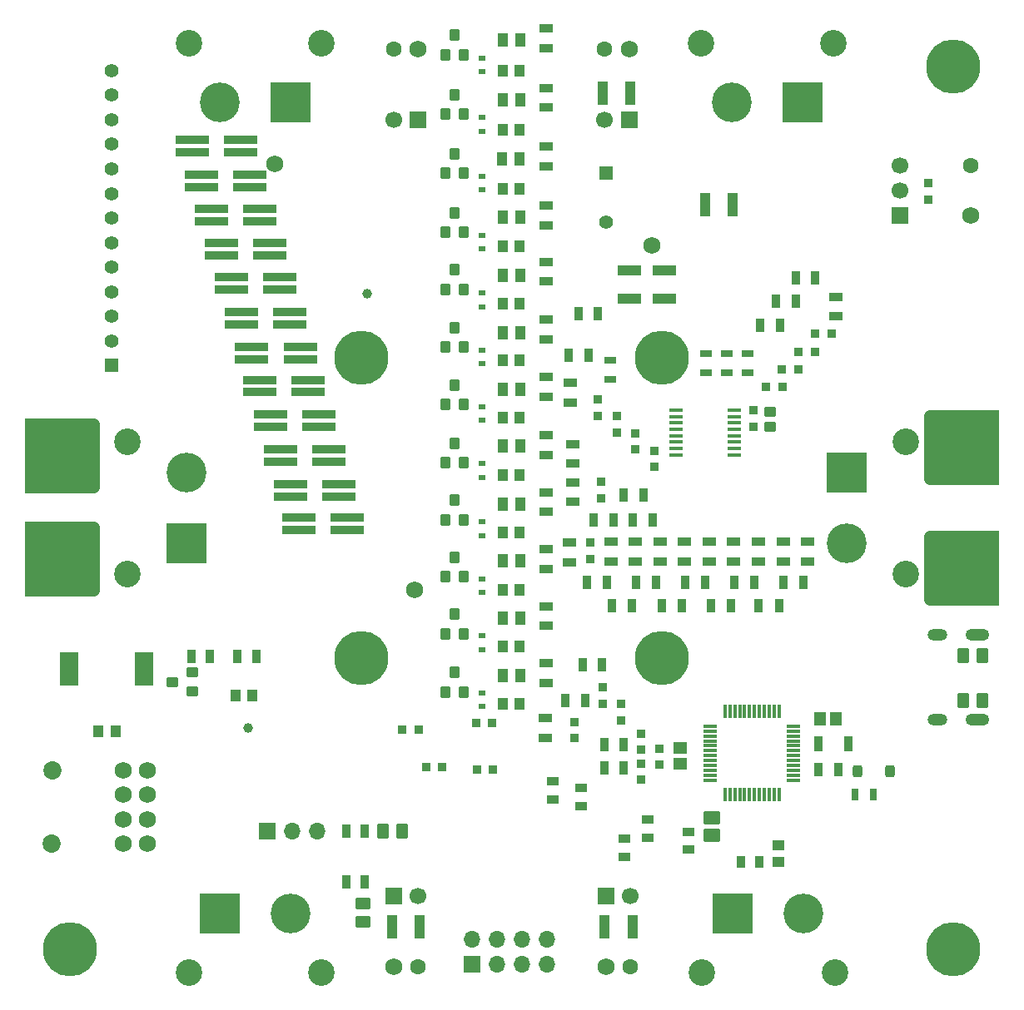
<source format=gts>
G04 #@! TF.GenerationSoftware,KiCad,Pcbnew,7.0.10*
G04 #@! TF.CreationDate,2025-07-14T05:46:52-04:00*
G04 #@! TF.ProjectId,bms-board,626d732d-626f-4617-9264-2e6b69636164,rev?*
G04 #@! TF.SameCoordinates,Original*
G04 #@! TF.FileFunction,Soldermask,Top*
G04 #@! TF.FilePolarity,Negative*
%FSLAX46Y46*%
G04 Gerber Fmt 4.6, Leading zero omitted, Abs format (unit mm)*
G04 Created by KiCad (PCBNEW 7.0.10) date 2025-07-14 05:46:52*
%MOMM*%
%LPD*%
G01*
G04 APERTURE LIST*
G04 Aperture macros list*
%AMRoundRect*
0 Rectangle with rounded corners*
0 $1 Rounding radius*
0 $2 $3 $4 $5 $6 $7 $8 $9 X,Y pos of 4 corners*
0 Add a 4 corners polygon primitive as box body*
4,1,4,$2,$3,$4,$5,$6,$7,$8,$9,$2,$3,0*
0 Add four circle primitives for the rounded corners*
1,1,$1+$1,$2,$3*
1,1,$1+$1,$4,$5*
1,1,$1+$1,$6,$7*
1,1,$1+$1,$8,$9*
0 Add four rect primitives between the rounded corners*
20,1,$1+$1,$2,$3,$4,$5,0*
20,1,$1+$1,$4,$5,$6,$7,0*
20,1,$1+$1,$6,$7,$8,$9,0*
20,1,$1+$1,$8,$9,$2,$3,0*%
%AMFreePoly0*
4,1,19,-3.850000,3.850000,3.850000,3.850000,3.850000,-3.080000,3.834092,-3.235708,3.777857,-3.405416,3.684000,-3.557581,3.557581,-3.684000,3.405416,-3.777857,3.235708,-3.834092,3.080000,-3.850000,-3.080000,-3.850000,-3.235708,-3.834092,-3.405416,-3.777857,-3.557581,-3.684000,-3.684000,-3.557581,-3.777857,-3.405416,-3.834092,-3.235708,-3.850000,-3.080000,-3.850000,3.850000,-3.850000,3.850000,
$1*%
G04 Aperture macros list end*
%ADD10C,1.600000*%
%ADD11C,1.750000*%
%ADD12R,1.700000X1.700000*%
%ADD13C,1.700000*%
%ADD14C,1.400000*%
%ADD15R,1.400000X1.400000*%
%ADD16C,1.854200*%
%ADD17C,1.752600*%
%ADD18R,4.050000X4.050000*%
%ADD19C,4.050000*%
%ADD20C,2.700000*%
%ADD21O,2.004000X1.204000*%
%ADD22O,2.404000X1.204000*%
%ADD23R,1.450000X0.950000*%
%ADD24C,5.500000*%
%ADD25R,1.397000X0.863600*%
%ADD26R,0.700000X1.300000*%
%ADD27R,0.863600X1.397000*%
%ADD28R,0.950000X1.450000*%
%ADD29R,3.352800X0.903200*%
%ADD30R,0.700000X0.600000*%
%ADD31R,1.016000X1.193800*%
%ADD32R,0.300000X1.475000*%
%ADD33R,1.475000X0.300000*%
%ADD34R,0.863600X1.244600*%
%ADD35R,2.489200X1.066800*%
%ADD36C,0.800000*%
%ADD37FreePoly0,90.000000*%
%ADD38R,0.965200X1.346200*%
%ADD39RoundRect,0.102000X0.400000X-0.450000X0.400000X0.450000X-0.400000X0.450000X-0.400000X-0.450000X0*%
%ADD40R,1.244600X0.863600*%
%ADD41R,1.000000X1.400000*%
%ADD42R,0.889000X0.863600*%
%ADD43RoundRect,0.102000X0.450000X0.400000X-0.450000X0.400000X-0.450000X-0.400000X0.450000X-0.400000X0*%
%ADD44RoundRect,0.102000X0.460000X0.690000X-0.460000X0.690000X-0.460000X-0.690000X0.460000X-0.690000X0*%
%ADD45R,0.863600X0.889000*%
%ADD46RoundRect,0.242500X-0.242500X-0.367500X0.242500X-0.367500X0.242500X0.367500X-0.242500X0.367500X0*%
%ADD47RoundRect,0.102000X-0.735000X0.555000X-0.735000X-0.555000X0.735000X-0.555000X0.735000X0.555000X0*%
%ADD48R,1.066800X2.489200*%
%ADD49R,1.300000X0.700000*%
%ADD50RoundRect,0.102000X-0.465000X0.445000X-0.465000X-0.445000X0.465000X-0.445000X0.465000X0.445000X0*%
%ADD51R,1.409700X0.355600*%
%ADD52R,1.449997X1.305598*%
%ADD53O,1.700000X1.700000*%
%ADD54C,1.734000*%
%ADD55R,1.193800X1.016000*%
%ADD56C,1.000000*%
%ADD57R,1.854200X3.403600*%
%ADD58R,0.855600X1.600000*%
%ADD59R,1.305598X1.449997*%
%ADD60RoundRect,0.102000X-0.690000X0.460000X-0.690000X-0.460000X0.690000X-0.460000X0.690000X0.460000X0*%
%ADD61FreePoly0,270.000000*%
%ADD62RoundRect,0.102000X-0.600000X0.600000X-0.600000X-0.600000X0.600000X-0.600000X0.600000X0.600000X0*%
%ADD63C,1.404000*%
G04 APERTURE END LIST*
D10*
X145375750Y-52520000D03*
D11*
X147875750Y-52520000D03*
D12*
X147875750Y-59700000D03*
D13*
X145375750Y-59700000D03*
D10*
X123900000Y-52500000D03*
D11*
X126400000Y-52500000D03*
D12*
X126400000Y-59680000D03*
D13*
X123900000Y-59680000D03*
D14*
X95250000Y-54700000D03*
X95250000Y-57200000D03*
X95250000Y-59700000D03*
X95250000Y-62200000D03*
X95250000Y-64700000D03*
X95250000Y-67200000D03*
X95250000Y-69700000D03*
X95250000Y-72200000D03*
X95250000Y-74700000D03*
X95250000Y-77200000D03*
X95250000Y-79700000D03*
X95250000Y-82200000D03*
D15*
X95250000Y-84700000D03*
D16*
X89158098Y-133400000D03*
X89178097Y-125900000D03*
D17*
X98858098Y-125900000D03*
X98858098Y-128400000D03*
X98858098Y-130900000D03*
X98858098Y-133400000D03*
X96358098Y-125900000D03*
X96358098Y-128400000D03*
X96358098Y-130900000D03*
X96358098Y-133400000D03*
D18*
X106200000Y-140500000D03*
D19*
X113400000Y-140500000D03*
D20*
X103050000Y-146500000D03*
X116550000Y-146500000D03*
D10*
X126400000Y-145900000D03*
D11*
X123900000Y-145900000D03*
D12*
X123900000Y-138720000D03*
D13*
X126400000Y-138720000D03*
X147975750Y-138740000D03*
D12*
X145475750Y-138740000D03*
D11*
X145475750Y-145920000D03*
D10*
X147975750Y-145920000D03*
D20*
X168750000Y-146457500D03*
X155250000Y-146457500D03*
D19*
X165600000Y-140457500D03*
D18*
X158400000Y-140457500D03*
D21*
X179230000Y-112110000D03*
X179230000Y-120750000D03*
D22*
X183230000Y-112110000D03*
X183230000Y-120750000D03*
D10*
X182600000Y-64400000D03*
D11*
X182600000Y-69400000D03*
D12*
X175420000Y-69400000D03*
D13*
X175420000Y-66900000D03*
X175420000Y-64400000D03*
D20*
X155150000Y-51920000D03*
X168650000Y-51920000D03*
D19*
X158300000Y-57920000D03*
D18*
X165500000Y-57920000D03*
X113400000Y-57900000D03*
D19*
X106200000Y-57900000D03*
D20*
X116550000Y-51900000D03*
X103050000Y-51900000D03*
D23*
X139300000Y-122600000D03*
X139300000Y-120600000D03*
D24*
X151150000Y-114450000D03*
D25*
X148500000Y-102642600D03*
X148500000Y-104700000D03*
D26*
X170800000Y-128360000D03*
X172700000Y-128360000D03*
D27*
X161042600Y-109171300D03*
X163100000Y-109171300D03*
D28*
X161200000Y-80600000D03*
X163200000Y-80600000D03*
D23*
X139401800Y-87900000D03*
X139401800Y-85900000D03*
D28*
X141400000Y-118800000D03*
X143400000Y-118800000D03*
D29*
X107400000Y-77000000D03*
X107400000Y-75744200D03*
D30*
X132850900Y-107800000D03*
X132850900Y-106400000D03*
D31*
X136701800Y-78400000D03*
X135000000Y-78400000D03*
D32*
X163100000Y-119924000D03*
X162600000Y-119924000D03*
X162100000Y-119924000D03*
X161600000Y-119924000D03*
X161100000Y-119924000D03*
X160600000Y-119924000D03*
X160100000Y-119924000D03*
X159600000Y-119924000D03*
X159100000Y-119924000D03*
X158600000Y-119924000D03*
X158100000Y-119924000D03*
X157600000Y-119924000D03*
D33*
X156112000Y-121412000D03*
X156112000Y-121912000D03*
X156112000Y-122412000D03*
X156112000Y-122912000D03*
X156112000Y-123412000D03*
X156112000Y-123912000D03*
X156112000Y-124412000D03*
X156112000Y-124912000D03*
X156112000Y-125412000D03*
X156112000Y-125912000D03*
X156112000Y-126412000D03*
X156112000Y-126912000D03*
D32*
X157600000Y-128400000D03*
X158100000Y-128400000D03*
X158600000Y-128400000D03*
X159100000Y-128400000D03*
X159600000Y-128400000D03*
X160100000Y-128400000D03*
X160600000Y-128400000D03*
X161100000Y-128400000D03*
X161600000Y-128400000D03*
X162100000Y-128400000D03*
X162600000Y-128400000D03*
X163100000Y-128400000D03*
D33*
X164588000Y-126912000D03*
X164588000Y-126412000D03*
X164588000Y-125912000D03*
X164588000Y-125412000D03*
X164588000Y-124912000D03*
X164588000Y-124412000D03*
X164588000Y-123912000D03*
X164588000Y-123412000D03*
X164588000Y-122912000D03*
X164588000Y-122412000D03*
X164588000Y-121912000D03*
X164588000Y-121412000D03*
D34*
X161054200Y-135200000D03*
X159200000Y-135200000D03*
D28*
X147300000Y-125700000D03*
X145300000Y-125700000D03*
D35*
X147911200Y-75055200D03*
X147911200Y-77900000D03*
D23*
X168900000Y-77700000D03*
X168900000Y-79700000D03*
D35*
X151400000Y-75055200D03*
X151400000Y-77900000D03*
D36*
X86900000Y-107700000D03*
X88200000Y-107700000D03*
X89500000Y-107700000D03*
X90800000Y-107700000D03*
X92100000Y-107700000D03*
X93400000Y-107700000D03*
X86900000Y-106400000D03*
X88200000Y-106400000D03*
X89500000Y-106400000D03*
X90800000Y-106400000D03*
X92100000Y-106400000D03*
X93400000Y-106400000D03*
X86900000Y-105100000D03*
X88200000Y-105100000D03*
X89500000Y-105100000D03*
X90800000Y-105100000D03*
X92100000Y-105100000D03*
X93400000Y-105100000D03*
D37*
X90200000Y-104450000D03*
D36*
X86900000Y-103800000D03*
X88200000Y-103800000D03*
X89500000Y-103800000D03*
X90800000Y-103800000D03*
X92100000Y-103800000D03*
X93400000Y-103800000D03*
D18*
X102800000Y-102800000D03*
D36*
X86900000Y-102500000D03*
X88200000Y-102500000D03*
X89500000Y-102500000D03*
X90800000Y-102500000D03*
X92100000Y-102500000D03*
X93400000Y-102500000D03*
X86900000Y-101200000D03*
X88200000Y-101200000D03*
X89500000Y-101200000D03*
X90800000Y-101200000D03*
X92100000Y-101200000D03*
X93400000Y-101200000D03*
X86900000Y-97200000D03*
X88200000Y-97200000D03*
X89500000Y-97200000D03*
X90800000Y-97200000D03*
X92100000Y-97200000D03*
X93400000Y-97200000D03*
X86900000Y-95900000D03*
X88200000Y-95900000D03*
X89500000Y-95900000D03*
X90800000Y-95900000D03*
X92100000Y-95900000D03*
X93400000Y-95900000D03*
D19*
X102800000Y-95600000D03*
D36*
X86900000Y-94600000D03*
X88200000Y-94600000D03*
X89500000Y-94600000D03*
X90800000Y-94600000D03*
X92100000Y-94600000D03*
X93400000Y-94600000D03*
D37*
X90200000Y-93950000D03*
D36*
X86900000Y-93300000D03*
X88200000Y-93300000D03*
X89500000Y-93300000D03*
X90800000Y-93300000D03*
X92100000Y-93300000D03*
X93400000Y-93300000D03*
X86900000Y-92000000D03*
X88200000Y-92000000D03*
X89500000Y-92000000D03*
X90800000Y-92000000D03*
X92100000Y-92000000D03*
X93400000Y-92000000D03*
X86900000Y-90700000D03*
X88200000Y-90700000D03*
X89500000Y-90700000D03*
X90800000Y-90700000D03*
X92100000Y-90700000D03*
X93400000Y-90700000D03*
D20*
X96800000Y-92450000D03*
X96800000Y-105950000D03*
D27*
X146300000Y-100400000D03*
X144242600Y-100400000D03*
D29*
X103400000Y-63027900D03*
X103400000Y-61772100D03*
X117300000Y-94527900D03*
X117300000Y-93272100D03*
D38*
X119100000Y-132100000D03*
X120954200Y-132100000D03*
D29*
X113300000Y-80555800D03*
X113300000Y-79300000D03*
D39*
X129151600Y-112000000D03*
X131052000Y-112000000D03*
X130101800Y-110000000D03*
D40*
X153900000Y-132145800D03*
X153900000Y-134000000D03*
D41*
X135000000Y-104600000D03*
X136800000Y-104600000D03*
D42*
X142300000Y-122625500D03*
X142300000Y-120974500D03*
D29*
X115200000Y-87427900D03*
X115200000Y-86172100D03*
D43*
X103400000Y-117850200D03*
X103400000Y-115949800D03*
X101400000Y-116900000D03*
D44*
X183755000Y-114200000D03*
X181845000Y-114200000D03*
D27*
X149357400Y-97900000D03*
X147300000Y-97900000D03*
D45*
X126437500Y-121775000D03*
X124786500Y-121775000D03*
D29*
X111300000Y-73527900D03*
X111300000Y-72272100D03*
D23*
X139401800Y-105400000D03*
X139401800Y-103400000D03*
D46*
X171060000Y-125960000D03*
X174340000Y-125960000D03*
D28*
X162800000Y-78200000D03*
X164800000Y-78200000D03*
D40*
X140100000Y-127000000D03*
X140100000Y-128854200D03*
D27*
X146100000Y-109171300D03*
X148157400Y-109171300D03*
D24*
X180800000Y-54300000D03*
D41*
X135000000Y-110400000D03*
X136800000Y-110400000D03*
D23*
X139401800Y-82051000D03*
X139401800Y-80051000D03*
D31*
X109500000Y-118300000D03*
X107798200Y-118300000D03*
D38*
X119072900Y-137300000D03*
X120927100Y-137300000D03*
D42*
X145000000Y-98200000D03*
X145000000Y-96549000D03*
D25*
X151000000Y-102642600D03*
X151000000Y-104700000D03*
D42*
X150400000Y-95025500D03*
X150400000Y-93374500D03*
D28*
X142700000Y-79400000D03*
X144700000Y-79400000D03*
D47*
X156300000Y-130700000D03*
X156300000Y-132500000D03*
D30*
X132850900Y-113600000D03*
X132850900Y-112200000D03*
D40*
X149700000Y-132800000D03*
X149700000Y-130945800D03*
D23*
X139401800Y-111200000D03*
X139401800Y-109200000D03*
D31*
X136701800Y-119125000D03*
X135000000Y-119125000D03*
D29*
X109400000Y-84055800D03*
X109400000Y-82800000D03*
D42*
X148500000Y-93251000D03*
X148500000Y-91600000D03*
D41*
X135000000Y-75551000D03*
X136800000Y-75551000D03*
D27*
X163542600Y-106771300D03*
X165600000Y-106771300D03*
D28*
X164800000Y-75800000D03*
X166800000Y-75800000D03*
D31*
X136701800Y-84200000D03*
X135000000Y-84200000D03*
D41*
X135000000Y-51600000D03*
X136800000Y-51600000D03*
D44*
X183755000Y-118800000D03*
X181845000Y-118800000D03*
D27*
X148542600Y-106771300D03*
X150600000Y-106771300D03*
D30*
X132850900Y-119425000D03*
X132850900Y-118025000D03*
D25*
X158500000Y-102642600D03*
X158500000Y-104700000D03*
D23*
X141900000Y-88500000D03*
X141900000Y-86500000D03*
X139401800Y-64451000D03*
X139401800Y-62451000D03*
D31*
X136701800Y-113300000D03*
X135000000Y-113300000D03*
D48*
X126572400Y-141800000D03*
X123727600Y-141800000D03*
D25*
X153500000Y-102642600D03*
X153500000Y-104700000D03*
D29*
X104400000Y-66527900D03*
X104400000Y-65272100D03*
D39*
X129151600Y-117925000D03*
X131052000Y-117925000D03*
X130101800Y-115925000D03*
D29*
X108400000Y-80555800D03*
X108400000Y-79300000D03*
D40*
X147400000Y-132845800D03*
X147400000Y-134700000D03*
D24*
X120650000Y-83950000D03*
D49*
X155700000Y-85411000D03*
X155700000Y-83511000D03*
D42*
X150900000Y-123700000D03*
X150900000Y-125351000D03*
D41*
X135000000Y-81351000D03*
X136800000Y-81351000D03*
D25*
X146000000Y-102642600D03*
X146000000Y-104700000D03*
D48*
X145155200Y-57000000D03*
X148000000Y-57000000D03*
D41*
X135001800Y-116225000D03*
X136801800Y-116225000D03*
X135000000Y-69651000D03*
X136800000Y-69651000D03*
D24*
X151150000Y-83950000D03*
D29*
X114400000Y-84055800D03*
X114400000Y-82800000D03*
D39*
X129151600Y-59151000D03*
X131052000Y-59151000D03*
X130101800Y-57151000D03*
D31*
X136701800Y-101700000D03*
X135000000Y-101700000D03*
D23*
X139401800Y-70451000D03*
X139401800Y-68451000D03*
D27*
X156142600Y-109171300D03*
X158200000Y-109171300D03*
D28*
X169100000Y-125800000D03*
X167100000Y-125800000D03*
D29*
X112400000Y-94527900D03*
X112400000Y-93272100D03*
D42*
X145200000Y-119100000D03*
X145200000Y-117449000D03*
D24*
X180800000Y-144100000D03*
D45*
X127186500Y-125575000D03*
X128837500Y-125575000D03*
D23*
X139401800Y-99600000D03*
X139401800Y-97600000D03*
D38*
X103372900Y-114300000D03*
X105227100Y-114300000D03*
D29*
X106400000Y-73527900D03*
X106400000Y-72272100D03*
D24*
X91000000Y-144100000D03*
D31*
X136701800Y-54700000D03*
X135000000Y-54700000D03*
D28*
X141700000Y-83700000D03*
X143700000Y-83700000D03*
D27*
X153542600Y-106771300D03*
X155600000Y-106771300D03*
D39*
X129151600Y-106200000D03*
X131052000Y-106200000D03*
X130101800Y-104200000D03*
D45*
X165074500Y-83300000D03*
X166725500Y-83300000D03*
D50*
X162200000Y-89385500D03*
X162200000Y-90925500D03*
D23*
X142100000Y-94700000D03*
X142100000Y-92700000D03*
D31*
X136701800Y-66700000D03*
X135000000Y-66700000D03*
D51*
X152600000Y-89250002D03*
X152600000Y-89900000D03*
X152600000Y-90550002D03*
X152600000Y-91200000D03*
X152600000Y-91849999D03*
X152600000Y-92500000D03*
X152600000Y-93149999D03*
X152600000Y-93800000D03*
X158505500Y-93800000D03*
X158505500Y-93150002D03*
X158505500Y-92500000D03*
X158505500Y-91850002D03*
X158505500Y-91200003D03*
X158505500Y-90550002D03*
X158505500Y-89900003D03*
X158505500Y-89250002D03*
D31*
X136701800Y-107500000D03*
X135000000Y-107500000D03*
D39*
X129151600Y-94600000D03*
X131052000Y-94600000D03*
X130101800Y-92600000D03*
D45*
X161774500Y-86900000D03*
X163425500Y-86900000D03*
D44*
X124755000Y-132100000D03*
X122845000Y-132100000D03*
D31*
X95600000Y-121900000D03*
X93898200Y-121900000D03*
D45*
X163374500Y-85100000D03*
X165025500Y-85100000D03*
D39*
X129151600Y-71151000D03*
X131052000Y-71151000D03*
X130101800Y-69151000D03*
X129151600Y-76951000D03*
X131052000Y-76951000D03*
X130101800Y-74951000D03*
D31*
X136701800Y-95900000D03*
X135000000Y-95900000D03*
D29*
X112300000Y-77000000D03*
X112300000Y-75744200D03*
D41*
X135001800Y-92900000D03*
X136801800Y-92900000D03*
D27*
X143542600Y-106771300D03*
X145600000Y-106771300D03*
D23*
X139401800Y-76151000D03*
X139401800Y-74151000D03*
D28*
X143100000Y-115200000D03*
X145100000Y-115200000D03*
D29*
X116272100Y-90927900D03*
X116272100Y-89672100D03*
D41*
X134901800Y-63651000D03*
X136701800Y-63651000D03*
D29*
X111372100Y-90927900D03*
X111372100Y-89672100D03*
D30*
X132850900Y-72851000D03*
X132850900Y-71451000D03*
D42*
X149100000Y-123800000D03*
X149100000Y-122149000D03*
D29*
X118300000Y-98027900D03*
X118300000Y-96772100D03*
D42*
X178300000Y-66174500D03*
X178300000Y-67825500D03*
D24*
X120650000Y-114450000D03*
D52*
X153000000Y-125205598D03*
X153000000Y-123600000D03*
D49*
X157794500Y-85405500D03*
X157794500Y-83505500D03*
D29*
X114277600Y-101453657D03*
X114277600Y-100197857D03*
D39*
X129151600Y-88700000D03*
X131052000Y-88700000D03*
X130101800Y-86700000D03*
D12*
X131900000Y-145675000D03*
D53*
X131900000Y-143135000D03*
X134440000Y-145675000D03*
X134440000Y-143135000D03*
X136980000Y-145675000D03*
X136980000Y-143135000D03*
X139520000Y-145675000D03*
X139520000Y-143135000D03*
D42*
X144700000Y-89825500D03*
X144700000Y-88174500D03*
D23*
X139401800Y-52400000D03*
X139401800Y-50400000D03*
D54*
X150200000Y-72500000D03*
D39*
X129151600Y-100400000D03*
X131052000Y-100400000D03*
X130101800Y-98400000D03*
D23*
X139401800Y-58451000D03*
X139401800Y-56451000D03*
D31*
X136701800Y-72600000D03*
X135000000Y-72600000D03*
D29*
X109300000Y-66527900D03*
X109300000Y-65272100D03*
D42*
X143900000Y-104368100D03*
X143900000Y-102717100D03*
D55*
X163000000Y-135201800D03*
X163000000Y-133500000D03*
D23*
X141800000Y-104742600D03*
X141800000Y-102742600D03*
D29*
X105400000Y-70027900D03*
X105400000Y-68772100D03*
X108300000Y-63027900D03*
X108300000Y-61772100D03*
D40*
X143000000Y-127672900D03*
X143000000Y-129527100D03*
D27*
X151142600Y-109171300D03*
X153200000Y-109171300D03*
D41*
X135001800Y-87100000D03*
X136801800Y-87100000D03*
D56*
X109100000Y-121600000D03*
D57*
X98500000Y-115600000D03*
X90854600Y-115600000D03*
D48*
X155555200Y-68300000D03*
X158400000Y-68300000D03*
D30*
X132850900Y-90300000D03*
X132850900Y-88900000D03*
D28*
X147300000Y-123300000D03*
X145300000Y-123300000D03*
D42*
X149100000Y-125200000D03*
X149100000Y-126851000D03*
D29*
X110300000Y-70027900D03*
X110300000Y-68772100D03*
D30*
X132850900Y-60851000D03*
X132850900Y-59451000D03*
D29*
X110300000Y-87427900D03*
X110300000Y-86172100D03*
D39*
X129151600Y-82851000D03*
X131052000Y-82851000D03*
X130101800Y-80851000D03*
D49*
X145900000Y-84200000D03*
X145900000Y-86100000D03*
D42*
X160500000Y-89274500D03*
X160500000Y-90925500D03*
D23*
X139401800Y-117025000D03*
X139401800Y-115025000D03*
D31*
X136701800Y-60700000D03*
X135000000Y-60700000D03*
D58*
X170127801Y-123200000D03*
X167072199Y-123200000D03*
D29*
X119200000Y-101427257D03*
X119200000Y-100171457D03*
D56*
X121200000Y-77400000D03*
D27*
X148200000Y-100400000D03*
X150257400Y-100400000D03*
D59*
X168902799Y-120700000D03*
X167297201Y-120700000D03*
D25*
X156000000Y-102642600D03*
X156000000Y-104700000D03*
D39*
X129151600Y-65151000D03*
X131052000Y-65151000D03*
X130101800Y-63151000D03*
D25*
X166000000Y-102642600D03*
X166000000Y-104700000D03*
D60*
X120800000Y-139445000D03*
X120800000Y-141355000D03*
D23*
X142100000Y-98600000D03*
X142100000Y-96600000D03*
D48*
X148222400Y-141800000D03*
X145377600Y-141800000D03*
D30*
X132850900Y-66851000D03*
X132850900Y-65451000D03*
D42*
X147000000Y-119174500D03*
X147000000Y-120825500D03*
D45*
X132349000Y-125800000D03*
X134000000Y-125800000D03*
D23*
X139401800Y-93800000D03*
X139401800Y-91800000D03*
D45*
X166774500Y-81500000D03*
X168425500Y-81500000D03*
D39*
X129151600Y-53075300D03*
X131052000Y-53075300D03*
X130101800Y-51075300D03*
D41*
X135000000Y-57651000D03*
X136800000Y-57651000D03*
D25*
X163500000Y-102642600D03*
X163500000Y-104700000D03*
D30*
X132850900Y-84551000D03*
X132850900Y-83151000D03*
X132850900Y-78751000D03*
X132850900Y-77351000D03*
D27*
X158542600Y-106771300D03*
X160600000Y-106771300D03*
D36*
X185000000Y-89800000D03*
X183700000Y-89800000D03*
X182400000Y-89800000D03*
X181100000Y-89800000D03*
X179800000Y-89800000D03*
X178500000Y-89800000D03*
X185000000Y-91100000D03*
X183700000Y-91100000D03*
X182400000Y-91100000D03*
X181100000Y-91100000D03*
X179800000Y-91100000D03*
X178500000Y-91100000D03*
X185000000Y-92400000D03*
X183700000Y-92400000D03*
X182400000Y-92400000D03*
X181100000Y-92400000D03*
X179800000Y-92400000D03*
X178500000Y-92400000D03*
D61*
X181700000Y-93050000D03*
D36*
X185000000Y-93700000D03*
X183700000Y-93700000D03*
X182400000Y-93700000D03*
X181100000Y-93700000D03*
X179800000Y-93700000D03*
X178500000Y-93700000D03*
X185000000Y-95000000D03*
X183700000Y-95000000D03*
X182400000Y-95000000D03*
X181100000Y-95000000D03*
X179800000Y-95000000D03*
X178500000Y-95000000D03*
D18*
X170000000Y-95600000D03*
D36*
X185000000Y-96300000D03*
X183700000Y-96300000D03*
X182400000Y-96300000D03*
X181100000Y-96300000D03*
X179800000Y-96300000D03*
X178500000Y-96300000D03*
X185000000Y-102100000D03*
X183700000Y-102100000D03*
X182400000Y-102100000D03*
X181100000Y-102100000D03*
X179800000Y-102100000D03*
X178500000Y-102100000D03*
D19*
X170000000Y-102800000D03*
D36*
X185000000Y-103400000D03*
X183700000Y-103400000D03*
X182400000Y-103400000D03*
X181100000Y-103400000D03*
X179800000Y-103400000D03*
X178500000Y-103400000D03*
X185000000Y-104700000D03*
X183700000Y-104700000D03*
X182400000Y-104700000D03*
X181100000Y-104700000D03*
X179800000Y-104700000D03*
X178500000Y-104700000D03*
D61*
X181700000Y-105350000D03*
D36*
X185000000Y-106000000D03*
X183700000Y-106000000D03*
X182400000Y-106000000D03*
X181100000Y-106000000D03*
X179800000Y-106000000D03*
X178500000Y-106000000D03*
X185000000Y-107300000D03*
X183700000Y-107300000D03*
X182400000Y-107300000D03*
X181100000Y-107300000D03*
X179800000Y-107300000D03*
X178500000Y-107300000D03*
X185000000Y-108600000D03*
X183700000Y-108600000D03*
X182400000Y-108600000D03*
X181100000Y-108600000D03*
X179800000Y-108600000D03*
X178500000Y-108600000D03*
D20*
X176000000Y-92450000D03*
X176000000Y-105950000D03*
D31*
X136701800Y-90000000D03*
X135000000Y-90000000D03*
D49*
X159894500Y-85405500D03*
X159894500Y-83505500D03*
D42*
X146600000Y-91525500D03*
X146600000Y-89874500D03*
D25*
X161000000Y-102642600D03*
X161000000Y-104700000D03*
D41*
X135001800Y-98800000D03*
X136801800Y-98800000D03*
D30*
X132850900Y-54800000D03*
X132850900Y-53400000D03*
D29*
X113400000Y-98027900D03*
X113400000Y-96772100D03*
D45*
X132269302Y-121075000D03*
X133920302Y-121075000D03*
D30*
X132850900Y-96100000D03*
X132850900Y-94700000D03*
X132850900Y-102000000D03*
X132850900Y-100600000D03*
D28*
X109972886Y-114327100D03*
X107972886Y-114327100D03*
D12*
X111020000Y-132100000D03*
D53*
X113560000Y-132100000D03*
X116100000Y-132100000D03*
D54*
X126000000Y-107500000D03*
D62*
X145500000Y-65100000D03*
D63*
X145500000Y-70100000D03*
D54*
X111800000Y-64200000D03*
M02*

</source>
